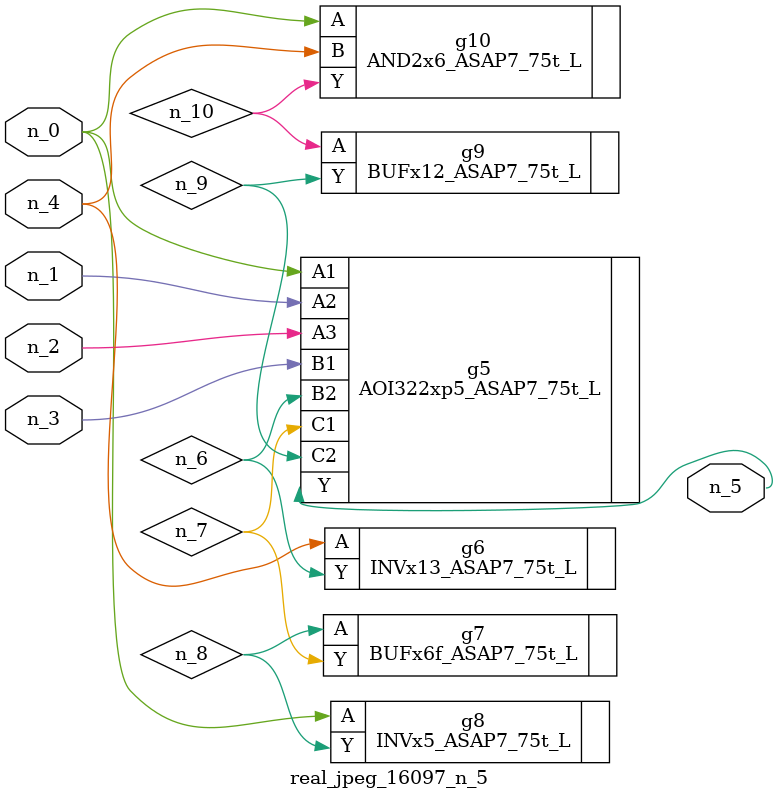
<source format=v>
module real_jpeg_16097_n_5 (n_4, n_0, n_1, n_2, n_3, n_5);

input n_4;
input n_0;
input n_1;
input n_2;
input n_3;

output n_5;

wire n_8;
wire n_6;
wire n_7;
wire n_10;
wire n_9;

AOI322xp5_ASAP7_75t_L g5 ( 
.A1(n_0),
.A2(n_1),
.A3(n_2),
.B1(n_3),
.B2(n_6),
.C1(n_7),
.C2(n_9),
.Y(n_5)
);

INVx5_ASAP7_75t_L g8 ( 
.A(n_0),
.Y(n_8)
);

AND2x6_ASAP7_75t_L g10 ( 
.A(n_0),
.B(n_4),
.Y(n_10)
);

INVx13_ASAP7_75t_L g6 ( 
.A(n_4),
.Y(n_6)
);

BUFx6f_ASAP7_75t_L g7 ( 
.A(n_8),
.Y(n_7)
);

BUFx12_ASAP7_75t_L g9 ( 
.A(n_10),
.Y(n_9)
);


endmodule
</source>
